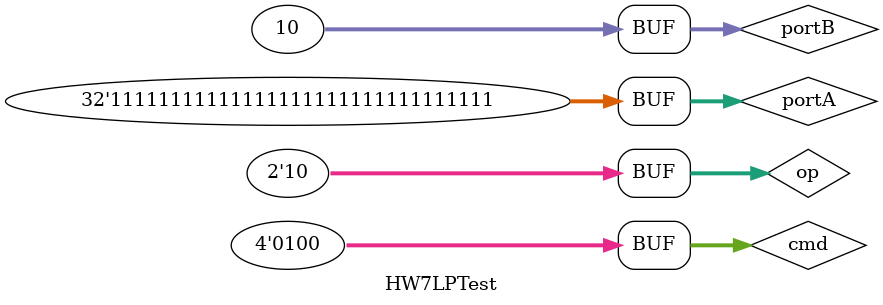
<source format=v>
`timescale 1ns / 1ps


module HW7LPTest;

	// Inputs
	reg [31:0] portA;
	reg [31:0] portB;
	reg [1:0] op;
	reg [3:0] cmd;

	// Outputs
	wire [31:0] out;
	wire [3:0] flag;

	// Instantiate the Unit Under Test (UUT)
	HW7LPCode uut (
		.portA(portA), 
		.portB(portB), 
		.op(op), 
		.cmd(cmd), 
		.out(out), 
		.flag(flag)
	);

	initial begin
		// Initialize Inputs
		portA = 0;
		portB = 0;
		op = 0;
		cmd = 0;

		// Wait 100 ns for global reset to finish
		#100;
      portA = 32'h11111;
		portB = 32'h00001; 
		op=0;
		
		cmd = 1;
		#10;
		cmd = 2;
		#10;
		cmd = 3;
		#10;
		cmd = 4;
		#10;
		cmd = 4'b1100;
		#10;
		cmd = 4'b1010;
		#10;
		
		op=1;
		portA=15;
		portB=14;
		cmd=0;
		#10;
		cmd[3] = 1;
		
		#10;
		op=2;
		cmd=4'b0100;
		portA = 32'hFFFFFFFF;
		portB =10;
		
			

	end
      
endmodule


</source>
